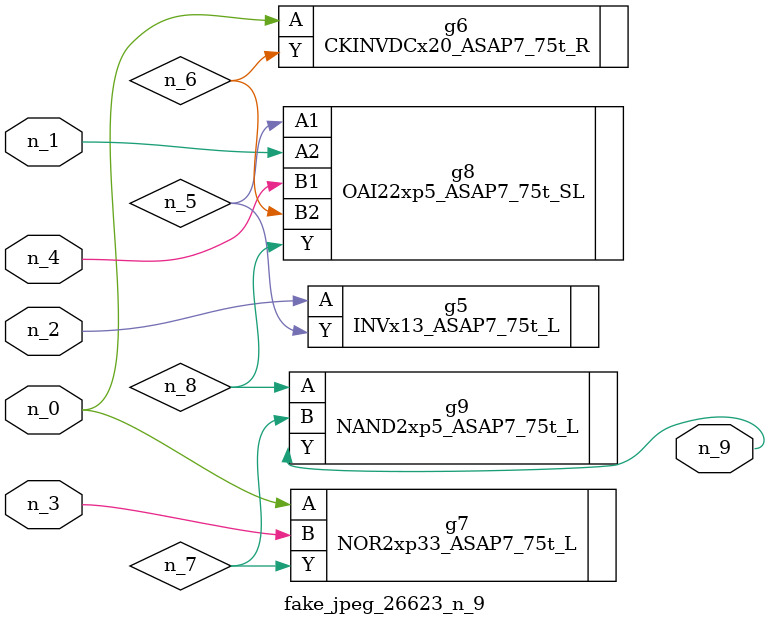
<source format=v>
module fake_jpeg_26623_n_9 (n_3, n_2, n_1, n_0, n_4, n_9);

input n_3;
input n_2;
input n_1;
input n_0;
input n_4;

output n_9;

wire n_8;
wire n_6;
wire n_5;
wire n_7;

INVx13_ASAP7_75t_L g5 ( 
.A(n_2),
.Y(n_5)
);

CKINVDCx20_ASAP7_75t_R g6 ( 
.A(n_0),
.Y(n_6)
);

NOR2xp33_ASAP7_75t_L g7 ( 
.A(n_0),
.B(n_3),
.Y(n_7)
);

OAI22xp5_ASAP7_75t_SL g8 ( 
.A1(n_5),
.A2(n_1),
.B1(n_4),
.B2(n_6),
.Y(n_8)
);

NAND2xp5_ASAP7_75t_L g9 ( 
.A(n_8),
.B(n_7),
.Y(n_9)
);


endmodule
</source>
